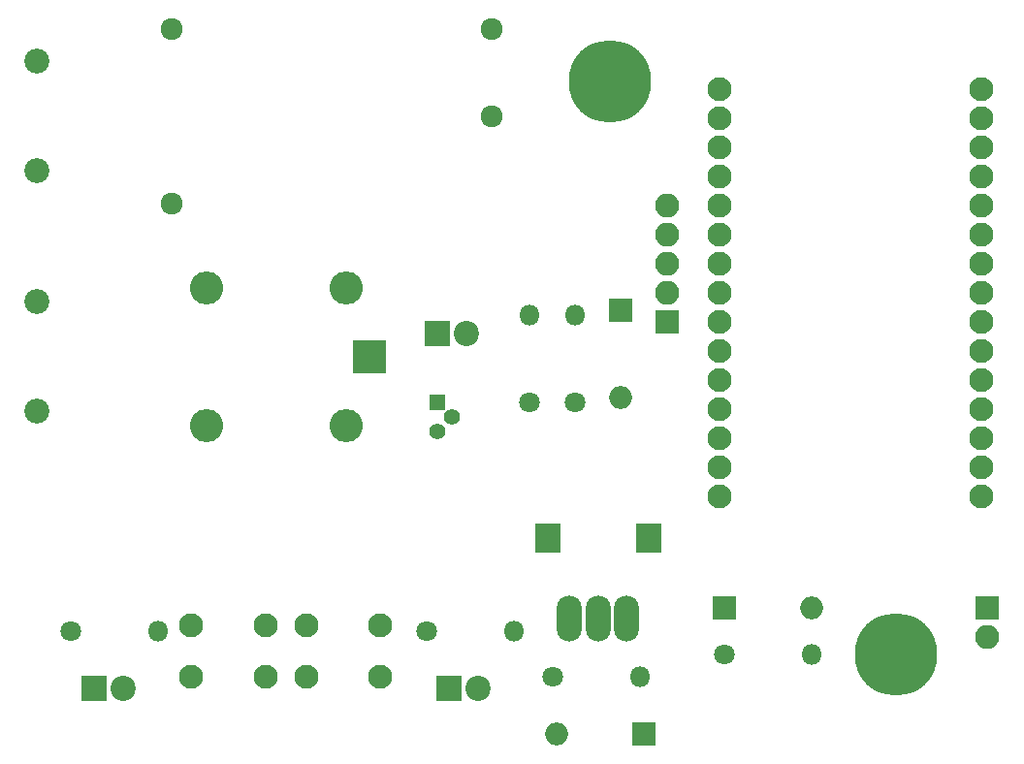
<source format=gts>
G04 #@! TF.FileFunction,Soldermask,Top*
%FSLAX46Y46*%
G04 Gerber Fmt 4.6, Leading zero omitted, Abs format (unit mm)*
G04 Created by KiCad (PCBNEW 4.0.7-e2-6376~58~ubuntu16.04.1) date Sun Dec 31 02:53:24 2017*
%MOMM*%
%LPD*%
G01*
G04 APERTURE LIST*
%ADD10C,0.100000*%
%ADD11C,1.400000*%
%ADD12R,1.400000X1.400000*%
%ADD13R,2.200000X2.200000*%
%ADD14C,2.200000*%
%ADD15C,1.800000*%
%ADD16O,1.800000X1.800000*%
%ADD17C,2.100000*%
%ADD18R,2.100000X2.100000*%
%ADD19O,2.100000X2.100000*%
%ADD20C,2.178000*%
%ADD21R,2.900000X2.900000*%
%ADD22O,2.900000X2.900000*%
%ADD23C,1.924000*%
%ADD24R,2.000000X2.000000*%
%ADD25O,2.000000X2.000000*%
%ADD26R,2.200000X2.600000*%
%ADD27O,2.200000X4.000000*%
%ADD28C,7.200000*%
G04 APERTURE END LIST*
D10*
D11*
X151270000Y-74270000D03*
X150000000Y-75540000D03*
D12*
X150000000Y-73000000D03*
D13*
X120000000Y-98000000D03*
D14*
X122540000Y-98000000D03*
D15*
X158000000Y-73000000D03*
D16*
X158000000Y-65380000D03*
D15*
X149000000Y-93000000D03*
D16*
X156620000Y-93000000D03*
D15*
X118000000Y-93000000D03*
D16*
X125620000Y-93000000D03*
D15*
X175000000Y-95000000D03*
D16*
X182620000Y-95000000D03*
D17*
X128500000Y-92500000D03*
X135000000Y-92500000D03*
X128500000Y-97000000D03*
X135000000Y-97000000D03*
X138500000Y-92500000D03*
X145000000Y-92500000D03*
X138500000Y-97000000D03*
X145000000Y-97000000D03*
D18*
X198000000Y-91000000D03*
D19*
X198000000Y-93540000D03*
D20*
X115000000Y-73762500D03*
X115000000Y-64237500D03*
X115000000Y-43237500D03*
X115000000Y-52762500D03*
D15*
X162000000Y-73000000D03*
D16*
X162000000Y-65380000D03*
D15*
X160000000Y-97000000D03*
D16*
X167620000Y-97000000D03*
D21*
X144000000Y-69000000D03*
D22*
X142000000Y-63000000D03*
X129800000Y-63000000D03*
X129800000Y-75000000D03*
X142000000Y-75000000D03*
D23*
X126760000Y-40380000D03*
X126760000Y-55620000D03*
X154700000Y-40380000D03*
X154700000Y-48000000D03*
D17*
X197430000Y-81240000D03*
X197430000Y-78700000D03*
X197430000Y-76160000D03*
X197430000Y-73620000D03*
X197430000Y-71080000D03*
X197430000Y-68540000D03*
X197430000Y-66000000D03*
X197430000Y-63460000D03*
X197430000Y-60920000D03*
X197430000Y-58380000D03*
X197430000Y-55840000D03*
X197430000Y-53300000D03*
X197430000Y-50760000D03*
X197430000Y-48220000D03*
X197430000Y-45680000D03*
X174570000Y-81240000D03*
X174570000Y-78700000D03*
X174570000Y-76160000D03*
X174570000Y-73620000D03*
X174570000Y-71080000D03*
X174570000Y-68540000D03*
X174570000Y-66000000D03*
X174570000Y-63460000D03*
X174570000Y-60920000D03*
X174570000Y-58380000D03*
X174570000Y-55840000D03*
X174570000Y-53300000D03*
X174570000Y-50760000D03*
X174570000Y-48220000D03*
X174570000Y-45680000D03*
D24*
X168000000Y-102000000D03*
D25*
X160380000Y-102000000D03*
D24*
X166000000Y-65000000D03*
D25*
X166000000Y-72620000D03*
D24*
X175000000Y-91000000D03*
D25*
X182620000Y-91000000D03*
D13*
X151000000Y-98000000D03*
D14*
X153540000Y-98000000D03*
D13*
X150000000Y-67000000D03*
D14*
X152540000Y-67000000D03*
D26*
X159600000Y-84900000D03*
X168400000Y-84900000D03*
D27*
X161500000Y-91900000D03*
X166500000Y-91900000D03*
X164000000Y-91900000D03*
D18*
X170000000Y-66000000D03*
D19*
X170000000Y-63460000D03*
X170000000Y-60920000D03*
X170000000Y-58380000D03*
X170000000Y-55840000D03*
D28*
X165000000Y-45000000D03*
X190000000Y-95000000D03*
M02*

</source>
